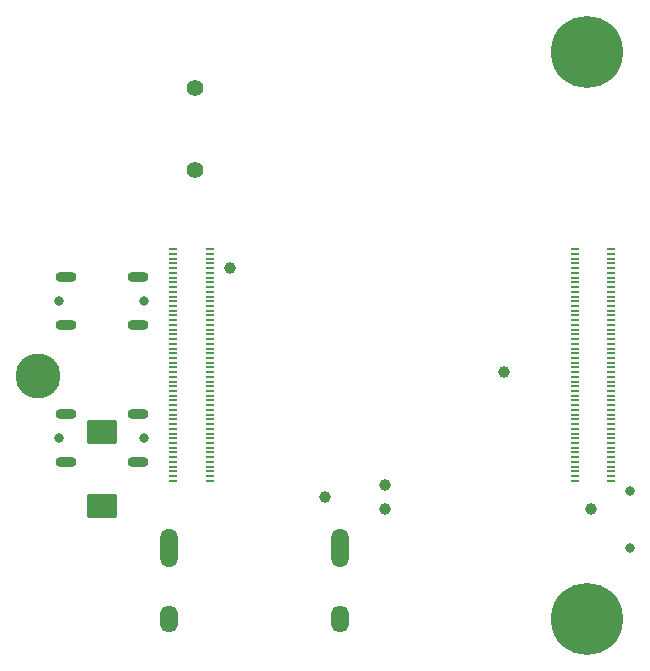
<source format=gbr>
%TF.GenerationSoftware,KiCad,Pcbnew,8.0.7*%
%TF.CreationDate,2024-12-17T16:06:41+01:00*%
%TF.ProjectId,CM5_MINIMA,434d355f-4d49-44e4-994d-412e6b696361,rev?*%
%TF.SameCoordinates,Original*%
%TF.FileFunction,Soldermask,Bot*%
%TF.FilePolarity,Negative*%
%FSLAX46Y46*%
G04 Gerber Fmt 4.6, Leading zero omitted, Abs format (unit mm)*
G04 Created by KiCad (PCBNEW 8.0.7) date 2024-12-17 16:06:41*
%MOMM*%
%LPD*%
G01*
G04 APERTURE LIST*
G04 Aperture macros list*
%AMRoundRect*
0 Rectangle with rounded corners*
0 $1 Rounding radius*
0 $2 $3 $4 $5 $6 $7 $8 $9 X,Y pos of 4 corners*
0 Add a 4 corners polygon primitive as box body*
4,1,4,$2,$3,$4,$5,$6,$7,$8,$9,$2,$3,0*
0 Add four circle primitives for the rounded corners*
1,1,$1+$1,$2,$3*
1,1,$1+$1,$4,$5*
1,1,$1+$1,$6,$7*
1,1,$1+$1,$8,$9*
0 Add four rect primitives between the rounded corners*
20,1,$1+$1,$2,$3,$4,$5,0*
20,1,$1+$1,$4,$5,$6,$7,0*
20,1,$1+$1,$6,$7,$8,$9,0*
20,1,$1+$1,$8,$9,$2,$3,0*%
G04 Aperture macros list end*
%ADD10C,1.400000*%
%ADD11C,0.800000*%
%ADD12C,1.000000*%
%ADD13C,2.600000*%
%ADD14C,3.800000*%
%ADD15C,0.990600*%
%ADD16O,1.800000X0.860000*%
%ADD17O,1.500000X3.300000*%
%ADD18O,1.500000X2.300000*%
%ADD19C,6.100000*%
%ADD20R,0.700000X0.200000*%
%ADD21RoundRect,0.250000X-1.025000X0.787500X-1.025000X-0.787500X1.025000X-0.787500X1.025000X0.787500X0*%
G04 APERTURE END LIST*
D10*
%TO.C,T401*%
X15770000Y41480000D03*
X15770000Y48480000D03*
%TD*%
D11*
%TO.C,SW602*%
X52550000Y14300000D03*
%TD*%
%TO.C,SW601*%
X52550000Y9500000D03*
%TD*%
D12*
%TO.C,TP104*%
X18750000Y33200000D03*
%TD*%
D13*
%TO.C,H101*%
X2450000Y24100000D03*
D14*
X2450000Y24100000D03*
%TD*%
D15*
%TO.C,U503*%
X26740000Y13835000D03*
X31820000Y14851000D03*
X31820000Y12819000D03*
%TD*%
D11*
%TO.C,J101*%
X11430000Y30400000D03*
X4270000Y30400000D03*
D16*
X10900000Y28370000D03*
X10900000Y32430000D03*
X4800000Y28370000D03*
X4800000Y32430000D03*
%TD*%
D12*
%TO.C,TP105*%
X41950000Y24400000D03*
%TD*%
D17*
%TO.C,J501*%
X28050000Y9500000D03*
X13550000Y9500000D03*
D18*
X13550000Y3540000D03*
X28050000Y3540000D03*
%TD*%
D11*
%TO.C,USB701*%
X11430000Y18850000D03*
X4270000Y18850000D03*
D16*
X10900000Y16820000D03*
X10900000Y20880000D03*
X4800000Y16820000D03*
X4800000Y20880000D03*
%TD*%
D12*
%TO.C,TP106*%
X49250000Y12800000D03*
%TD*%
D19*
%TO.C,Module301*%
X48950000Y3500000D03*
X48950000Y51500000D03*
D20*
X50990000Y34800000D03*
X47910000Y34800000D03*
X50990000Y34400000D03*
X47910000Y34400000D03*
X50990000Y34000000D03*
X47910000Y34000000D03*
X50990000Y33600000D03*
X47910000Y33600000D03*
X50990000Y33200000D03*
X47910000Y33200000D03*
X50990000Y32800000D03*
X47910000Y32800000D03*
X50990000Y32400000D03*
X47910000Y32400000D03*
X50990000Y32000000D03*
X47910000Y32000000D03*
X50990000Y31600000D03*
X47910000Y31600000D03*
X50990000Y31200000D03*
X47910000Y31200000D03*
X50990000Y30800000D03*
X47910000Y30800000D03*
X50990000Y30400000D03*
X47910000Y30400000D03*
X50990000Y30000000D03*
X47910000Y30000000D03*
X50990000Y29600000D03*
X47910000Y29600000D03*
X50990000Y29200000D03*
X47910000Y29200000D03*
X50990000Y28800000D03*
X47910000Y28800000D03*
X50990000Y28400000D03*
X47910000Y28400000D03*
X50990000Y28000000D03*
X47910000Y28000000D03*
X50990000Y27600000D03*
X47910000Y27600000D03*
X50990000Y27200000D03*
X47910000Y27200000D03*
X50990000Y26800000D03*
X47910000Y26800000D03*
X50990000Y26400000D03*
X47910000Y26400000D03*
X50990000Y26000000D03*
X47910000Y26000000D03*
X50990000Y25600000D03*
X47910000Y25600000D03*
X50990000Y25200000D03*
X47910000Y25200000D03*
X50990000Y24800000D03*
X47910000Y24800000D03*
X50990000Y24400000D03*
X47910000Y24400000D03*
X50990000Y24000000D03*
X47910000Y24000000D03*
X50990000Y23600000D03*
X47910000Y23600000D03*
X50990000Y23200000D03*
X47910000Y23200000D03*
X50990000Y22800000D03*
X47910000Y22800000D03*
X50990000Y22400000D03*
X47910000Y22400000D03*
X50990000Y22000000D03*
X47910000Y22000000D03*
X50990000Y21600000D03*
X47910000Y21600000D03*
X50990000Y21200000D03*
X47910000Y21200000D03*
X50990000Y20800000D03*
X47910000Y20800000D03*
X50990000Y20400000D03*
X47910000Y20400000D03*
X50990000Y20000000D03*
X47910000Y20000000D03*
X50990000Y19600000D03*
X47910000Y19600000D03*
X50990000Y19200000D03*
X47910000Y19200000D03*
X50990000Y18800000D03*
X47910000Y18800000D03*
X50990000Y18400000D03*
X47910000Y18400000D03*
X50990000Y18000000D03*
X47910000Y18000000D03*
X50990000Y17600000D03*
X47910000Y17600000D03*
X50990000Y17200000D03*
X47910000Y17200000D03*
X50990000Y16800000D03*
X47910000Y16800000D03*
X50990000Y16400000D03*
X47910000Y16400000D03*
X50990000Y16000000D03*
X47910000Y16000000D03*
X50990000Y15600000D03*
X47910000Y15600000D03*
X50990000Y15200000D03*
X47910000Y15200000D03*
%TD*%
D21*
%TO.C,C702*%
X7850000Y19312500D03*
X7850000Y13087500D03*
%TD*%
D19*
%TO.C,Module302*%
X48950000Y3500000D03*
X48950000Y51500000D03*
D20*
X16990000Y34800000D03*
X13910000Y34800000D03*
X16990000Y34400000D03*
X13910000Y34400000D03*
X16990000Y34000000D03*
X13910000Y34000000D03*
X16990000Y33600000D03*
X13910000Y33600000D03*
X16990000Y33200000D03*
X13910000Y33200000D03*
X16990000Y32800000D03*
X13910000Y32800000D03*
X16990000Y32400000D03*
X13910000Y32400000D03*
X16990000Y32000000D03*
X13910000Y32000000D03*
X16990000Y31600000D03*
X13910000Y31600000D03*
X16990000Y31200000D03*
X13910000Y31200000D03*
X16990000Y30800000D03*
X13910000Y30800000D03*
X16990000Y30400000D03*
X13910000Y30400000D03*
X16990000Y30000000D03*
X13910000Y30000000D03*
X16990000Y29600000D03*
X13910000Y29600000D03*
X16990000Y29200000D03*
X13910000Y29200000D03*
X16990000Y28800000D03*
X13910000Y28800000D03*
X16990000Y28400000D03*
X13910000Y28400000D03*
X16990000Y28000000D03*
X13910000Y28000000D03*
X16990000Y27600000D03*
X13910000Y27600000D03*
X16990000Y27200000D03*
X13910000Y27200000D03*
X16990000Y26800000D03*
X13910000Y26800000D03*
X16990000Y26400000D03*
X13910000Y26400000D03*
X16990000Y26000000D03*
X13910000Y26000000D03*
X16990000Y25600000D03*
X13910000Y25600000D03*
X16990000Y25200000D03*
X13910000Y25200000D03*
X16990000Y24800000D03*
X13910000Y24800000D03*
X16990000Y24400000D03*
X13910000Y24400000D03*
X16990000Y24000000D03*
X13910000Y24000000D03*
X16990000Y23600000D03*
X13910000Y23600000D03*
X16990000Y23200000D03*
X13910000Y23200000D03*
X16990000Y22800000D03*
X13910000Y22800000D03*
X16990000Y22400000D03*
X13910000Y22400000D03*
X16990000Y22000000D03*
X13910000Y22000000D03*
X16990000Y21600000D03*
X13910000Y21600000D03*
X16990000Y21200000D03*
X13910000Y21200000D03*
X16990000Y20800000D03*
X13910000Y20800000D03*
X16990000Y20400000D03*
X13910000Y20400000D03*
X16990000Y20000000D03*
X13910000Y20000000D03*
X16990000Y19600000D03*
X13910000Y19600000D03*
X16990000Y19200000D03*
X13910000Y19200000D03*
X16990000Y18800000D03*
X13910000Y18800000D03*
X16990000Y18400000D03*
X13910000Y18400000D03*
X16990000Y18000000D03*
X13910000Y18000000D03*
X16990000Y17600000D03*
X13910000Y17600000D03*
X16990000Y17200000D03*
X13910000Y17200000D03*
X16990000Y16800000D03*
X13910000Y16800000D03*
X16990000Y16400000D03*
X13910000Y16400000D03*
X16990000Y16000000D03*
X13910000Y16000000D03*
X16990000Y15600000D03*
X13910000Y15600000D03*
X16990000Y15200000D03*
X13910000Y15200000D03*
%TD*%
M02*

</source>
